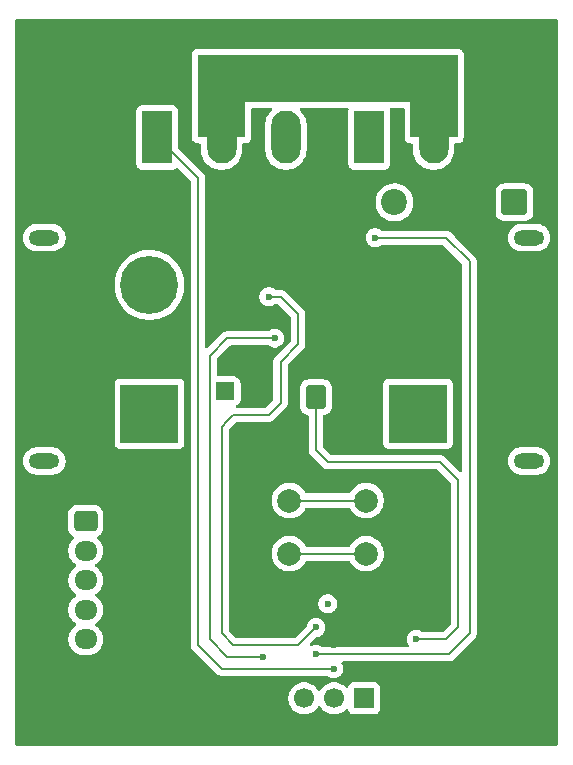
<source format=gbr>
%TF.GenerationSoftware,KiCad,Pcbnew,9.0.3*%
%TF.CreationDate,2025-12-08T06:42:03-06:00*%
%TF.ProjectId,roboboat bms v2,726f626f-626f-4617-9420-626d73207632,rev?*%
%TF.SameCoordinates,Original*%
%TF.FileFunction,Copper,L4,Bot*%
%TF.FilePolarity,Positive*%
%FSLAX46Y46*%
G04 Gerber Fmt 4.6, Leading zero omitted, Abs format (unit mm)*
G04 Created by KiCad (PCBNEW 9.0.3) date 2025-12-08 06:42:03*
%MOMM*%
%LPD*%
G01*
G04 APERTURE LIST*
G04 Aperture macros list*
%AMRoundRect*
0 Rectangle with rounded corners*
0 $1 Rounding radius*
0 $2 $3 $4 $5 $6 $7 $8 $9 X,Y pos of 4 corners*
0 Add a 4 corners polygon primitive as box body*
4,1,4,$2,$3,$4,$5,$6,$7,$8,$9,$2,$3,0*
0 Add four circle primitives for the rounded corners*
1,1,$1+$1,$2,$3*
1,1,$1+$1,$4,$5*
1,1,$1+$1,$6,$7*
1,1,$1+$1,$8,$9*
0 Add four rect primitives between the rounded corners*
20,1,$1+$1,$2,$3,$4,$5,0*
20,1,$1+$1,$4,$5,$6,$7,0*
20,1,$1+$1,$6,$7,$8,$9,0*
20,1,$1+$1,$8,$9,$2,$3,0*%
G04 Aperture macros list end*
%TA.AperFunction,Conductor*%
%ADD10C,0.000000*%
%TD*%
%TA.AperFunction,ComponentPad*%
%ADD11R,1.700000X1.700000*%
%TD*%
%TA.AperFunction,ComponentPad*%
%ADD12C,1.700000*%
%TD*%
%TA.AperFunction,ComponentPad*%
%ADD13C,2.000000*%
%TD*%
%TA.AperFunction,ComponentPad*%
%ADD14RoundRect,0.250000X-0.550000X-0.550000X0.550000X-0.550000X0.550000X0.550000X-0.550000X0.550000X0*%
%TD*%
%TA.AperFunction,ComponentPad*%
%ADD15C,1.600000*%
%TD*%
%TA.AperFunction,ComponentPad*%
%ADD16RoundRect,0.250000X-0.600000X-0.750000X0.600000X-0.750000X0.600000X0.750000X-0.600000X0.750000X0*%
%TD*%
%TA.AperFunction,ComponentPad*%
%ADD17O,1.700000X2.000000*%
%TD*%
%TA.AperFunction,ComponentPad*%
%ADD18RoundRect,0.250000X-0.725000X0.600000X-0.725000X-0.600000X0.725000X-0.600000X0.725000X0.600000X0*%
%TD*%
%TA.AperFunction,ComponentPad*%
%ADD19O,1.950000X1.700000*%
%TD*%
%TA.AperFunction,ComponentPad*%
%ADD20RoundRect,0.249999X0.850001X0.850001X-0.850001X0.850001X-0.850001X-0.850001X0.850001X-0.850001X0*%
%TD*%
%TA.AperFunction,ComponentPad*%
%ADD21C,2.200000*%
%TD*%
%TA.AperFunction,ComponentPad*%
%ADD22R,2.500000X4.500000*%
%TD*%
%TA.AperFunction,ComponentPad*%
%ADD23O,2.500000X4.500000*%
%TD*%
%TA.AperFunction,ComponentPad*%
%ADD24C,4.916000*%
%TD*%
%TA.AperFunction,ComponentPad*%
%ADD25O,2.600000X1.300000*%
%TD*%
%TA.AperFunction,ComponentPad*%
%ADD26R,4.916000X4.916000*%
%TD*%
%TA.AperFunction,ViaPad*%
%ADD27C,0.600000*%
%TD*%
%TA.AperFunction,Conductor*%
%ADD28C,0.200000*%
%TD*%
G04 APERTURE END LIST*
D10*
%TA.AperFunction,Conductor*%
%TO.N,Net-(Q1-D)*%
G36*
X87000000Y-116500000D02*
G01*
X65000000Y-116500000D01*
X65000000Y-112500000D01*
X87000000Y-112500000D01*
X87000000Y-116500000D01*
G37*
%TD.AperFunction*%
%TA.AperFunction,Conductor*%
G36*
X87000000Y-119500000D02*
G01*
X83000000Y-119500000D01*
X83000000Y-112500000D01*
X87000000Y-112500000D01*
X87000000Y-119500000D01*
G37*
%TD.AperFunction*%
%TA.AperFunction,Conductor*%
G36*
X69000000Y-119500000D02*
G01*
X65000000Y-119500000D01*
X65000000Y-112500000D01*
X69000000Y-112500000D01*
X69000000Y-119500000D01*
G37*
%TD.AperFunction*%
%TD*%
D11*
%TO.P,J1,1,Pin_1*%
%TO.N,Net-(J1-Pin_1)*%
X79080000Y-167000000D03*
D12*
%TO.P,J1,2,Pin_2*%
%TO.N,Net-(J1-Pin_2)*%
X76540000Y-167000000D03*
%TO.P,J1,3,Pin_3*%
%TO.N,Net-(J1-Pin_3)*%
X74000000Y-167000000D03*
%TO.P,J1,4,Pin_4*%
%TO.N,GND*%
X71460000Y-167000000D03*
%TD*%
D13*
%TO.P,SW1,1,1*%
%TO.N,Net-(R7-Pad1)*%
X72750000Y-150250000D03*
X79250000Y-150250000D03*
%TO.P,SW1,2,2*%
%TO.N,Net-(U1-VC1)*%
X72750000Y-154750000D03*
X79250000Y-154750000D03*
%TD*%
D14*
%TO.P,C4,1*%
%TO.N,VBUS*%
X67317621Y-141000000D03*
D15*
%TO.P,C4,2*%
%TO.N,GND*%
X69817621Y-141000000D03*
%TD*%
D16*
%TO.P,J7,1,Pin_1*%
%TO.N,Net-(J7-Pin_1)*%
X75000000Y-141500000D03*
D17*
%TO.P,J7,2,Pin_2*%
%TO.N,GND*%
X77500000Y-141500000D03*
%TD*%
D18*
%TO.P,J6,1,Pin_1*%
%TO.N,VBUS*%
X55500000Y-152000000D03*
D19*
%TO.P,J6,2,Pin_2*%
%TO.N,Net-(J6-Pin_2)*%
X55500000Y-154500000D03*
%TO.P,J6,3,Pin_3*%
%TO.N,Net-(J6-Pin_3)*%
X55500000Y-157000000D03*
%TO.P,J6,4,Pin_4*%
%TO.N,Net-(J6-Pin_4)*%
X55500000Y-159500000D03*
%TO.P,J6,5,Pin_5*%
%TO.N,Net-(J3-NEG)*%
X55500000Y-162000000D03*
%TD*%
D20*
%TO.P,D1,1,K*%
%TO.N,Net-(D1-K)*%
X91800000Y-125000000D03*
D21*
%TO.P,D1,2,A*%
%TO.N,Net-(D1-A)*%
X81640000Y-125000000D03*
%TD*%
D22*
%TO.P,Q1,1,G*%
%TO.N,Net-(D1-K)*%
X79500000Y-119500000D03*
D23*
%TO.P,Q1,2,D*%
%TO.N,Net-(Q1-D)*%
X84950000Y-119500000D03*
%TO.P,Q1,3,S*%
%TO.N,GND*%
X90400000Y-119500000D03*
%TD*%
D24*
%TO.P,J4,N,NEG*%
%TO.N,GND*%
X83650000Y-132000000D03*
D25*
%TO.P,J4,NC,NC*%
%TO.N,unconnected-(J4-PadNC)*%
X93050000Y-146900000D03*
%TO.N,unconnected-(J4-PadNC)_1*%
X93050000Y-128000000D03*
D26*
%TO.P,J4,P,POS*%
%TO.N,VBUS*%
X83650000Y-142900000D03*
%TD*%
D24*
%TO.P,J3,N,NEG*%
%TO.N,Net-(J3-NEG)*%
X60900000Y-132000000D03*
D25*
%TO.P,J3,NC,NC*%
%TO.N,unconnected-(J3-PadNC)*%
X52000000Y-128000000D03*
%TO.N,unconnected-(J3-PadNC)_1*%
X52000000Y-146900000D03*
D26*
%TO.P,J3,P,POS*%
%TO.N,VBUS*%
X60900000Y-142900000D03*
%TD*%
D22*
%TO.P,Q5,1,G*%
%TO.N,Net-(Q5-G)*%
X61550000Y-119500000D03*
D23*
%TO.P,Q5,2,D*%
%TO.N,Net-(Q1-D)*%
X67000000Y-119500000D03*
%TO.P,Q5,3,S*%
%TO.N,Net-(Q5-S)*%
X72450000Y-119500000D03*
%TD*%
D27*
%TO.N,GND*%
X76500000Y-162500000D03*
%TO.N,Net-(U1-SRP)*%
X71000000Y-133000000D03*
X75000000Y-161000000D03*
%TO.N,Net-(U1-SRN)*%
X70500000Y-163500000D03*
X71500000Y-136500000D03*
%TO.N,VBUS*%
X76000000Y-159000000D03*
%TO.N,Net-(J7-Pin_1)*%
X83500000Y-162000000D03*
%TO.N,Net-(Q3-S)*%
X80000000Y-128000000D03*
X75000000Y-163275000D03*
%TO.N,Net-(Q5-G)*%
X76500000Y-164500000D03*
%TD*%
D28*
%TO.N,Net-(U1-SRP)*%
X73500000Y-134500000D02*
X72000000Y-133000000D01*
X67000000Y-161500000D02*
X67000000Y-144000000D01*
X67000000Y-144000000D02*
X67500000Y-143500000D01*
X72000000Y-138500000D02*
X73500000Y-137000000D01*
X73500000Y-162500000D02*
X68000000Y-162500000D01*
X71000000Y-143000000D02*
X72000000Y-142000000D01*
X72000000Y-142000000D02*
X72000000Y-138500000D01*
X68000000Y-143000000D02*
X68500000Y-143000000D01*
X68000000Y-162500000D02*
X67000000Y-161500000D01*
X72000000Y-133000000D02*
X71000000Y-133000000D01*
X75000000Y-161000000D02*
X73500000Y-162500000D01*
X68500000Y-143000000D02*
X71000000Y-143000000D01*
X73500000Y-137000000D02*
X73500000Y-134500000D01*
X67500000Y-143500000D02*
X68000000Y-143000000D01*
%TO.N,Net-(U1-SRN)*%
X67500000Y-136500000D02*
X71500000Y-136500000D01*
X66000000Y-162000000D02*
X66000000Y-138000000D01*
X67500000Y-163500000D02*
X66000000Y-162000000D01*
X66000000Y-138000000D02*
X67500000Y-136500000D01*
X70500000Y-163500000D02*
X67500000Y-163500000D01*
%TO.N,Net-(U1-VC1)*%
X79250000Y-154750000D02*
X72750000Y-154750000D01*
%TO.N,Net-(J7-Pin_1)*%
X86000000Y-162000000D02*
X87000000Y-161000000D01*
X76000000Y-147000000D02*
X75000000Y-146000000D01*
X75000000Y-146000000D02*
X75000000Y-141500000D01*
X83500000Y-162000000D02*
X86000000Y-162000000D01*
X87000000Y-161000000D02*
X87000000Y-148500000D01*
X85500000Y-147000000D02*
X76000000Y-147000000D01*
X87000000Y-148500000D02*
X85500000Y-147000000D01*
%TO.N,Net-(Q3-S)*%
X88000000Y-130000000D02*
X86000000Y-128000000D01*
X86225000Y-163275000D02*
X88000000Y-161500000D01*
X88000000Y-161500000D02*
X88000000Y-130000000D01*
X75000000Y-163275000D02*
X86225000Y-163275000D01*
X86000000Y-128000000D02*
X80000000Y-128000000D01*
%TO.N,Net-(Q5-G)*%
X65000000Y-122950000D02*
X61550000Y-119500000D01*
X65000000Y-162500000D02*
X65000000Y-122950000D01*
X67000000Y-164500000D02*
X65000000Y-162500000D01*
X76500000Y-164500000D02*
X67000000Y-164500000D01*
%TO.N,Net-(R7-Pad1)*%
X79250000Y-150250000D02*
X72750000Y-150250000D01*
%TD*%
%TA.AperFunction,Conductor*%
%TO.N,GND*%
G36*
X95442539Y-109520185D02*
G01*
X95488294Y-109572989D01*
X95499500Y-109624500D01*
X95499500Y-170875500D01*
X95479815Y-170942539D01*
X95427011Y-170988294D01*
X95375500Y-170999500D01*
X49624500Y-170999500D01*
X49557461Y-170979815D01*
X49511706Y-170927011D01*
X49500500Y-170875500D01*
X49500500Y-166893713D01*
X72649500Y-166893713D01*
X72649500Y-167106286D01*
X72682753Y-167316239D01*
X72748444Y-167518414D01*
X72844951Y-167707820D01*
X72969890Y-167879786D01*
X73120213Y-168030109D01*
X73292179Y-168155048D01*
X73292181Y-168155049D01*
X73292184Y-168155051D01*
X73481588Y-168251557D01*
X73683757Y-168317246D01*
X73893713Y-168350500D01*
X73893714Y-168350500D01*
X74106286Y-168350500D01*
X74106287Y-168350500D01*
X74316243Y-168317246D01*
X74518412Y-168251557D01*
X74707816Y-168155051D01*
X74794138Y-168092335D01*
X74879786Y-168030109D01*
X74879788Y-168030106D01*
X74879792Y-168030104D01*
X75030104Y-167879792D01*
X75030106Y-167879788D01*
X75030109Y-167879786D01*
X75155048Y-167707820D01*
X75155047Y-167707820D01*
X75155051Y-167707816D01*
X75159514Y-167699054D01*
X75207488Y-167648259D01*
X75275308Y-167631463D01*
X75341444Y-167653999D01*
X75380486Y-167699056D01*
X75384951Y-167707820D01*
X75509890Y-167879786D01*
X75660213Y-168030109D01*
X75832179Y-168155048D01*
X75832181Y-168155049D01*
X75832184Y-168155051D01*
X76021588Y-168251557D01*
X76223757Y-168317246D01*
X76433713Y-168350500D01*
X76433714Y-168350500D01*
X76646286Y-168350500D01*
X76646287Y-168350500D01*
X76856243Y-168317246D01*
X77058412Y-168251557D01*
X77247816Y-168155051D01*
X77419792Y-168030104D01*
X77533329Y-167916566D01*
X77594648Y-167883084D01*
X77664340Y-167888068D01*
X77720274Y-167929939D01*
X77737189Y-167960917D01*
X77786202Y-168092328D01*
X77786206Y-168092335D01*
X77872452Y-168207544D01*
X77872455Y-168207547D01*
X77987664Y-168293793D01*
X77987671Y-168293797D01*
X78122517Y-168344091D01*
X78122516Y-168344091D01*
X78129444Y-168344835D01*
X78182127Y-168350500D01*
X79977872Y-168350499D01*
X80037483Y-168344091D01*
X80172331Y-168293796D01*
X80287546Y-168207546D01*
X80373796Y-168092331D01*
X80424091Y-167957483D01*
X80430500Y-167897873D01*
X80430499Y-166102128D01*
X80424091Y-166042517D01*
X80422810Y-166039083D01*
X80373797Y-165907671D01*
X80373793Y-165907664D01*
X80287547Y-165792455D01*
X80287544Y-165792452D01*
X80172335Y-165706206D01*
X80172328Y-165706202D01*
X80037482Y-165655908D01*
X80037483Y-165655908D01*
X79977883Y-165649501D01*
X79977881Y-165649500D01*
X79977873Y-165649500D01*
X79977864Y-165649500D01*
X78182129Y-165649500D01*
X78182123Y-165649501D01*
X78122516Y-165655908D01*
X77987671Y-165706202D01*
X77987664Y-165706206D01*
X77872455Y-165792452D01*
X77872452Y-165792455D01*
X77786206Y-165907664D01*
X77786203Y-165907669D01*
X77737189Y-166039083D01*
X77695317Y-166095016D01*
X77629853Y-166119433D01*
X77561580Y-166104581D01*
X77533326Y-166083430D01*
X77419786Y-165969890D01*
X77247820Y-165844951D01*
X77058414Y-165748444D01*
X77058413Y-165748443D01*
X77058412Y-165748443D01*
X76856243Y-165682754D01*
X76856241Y-165682753D01*
X76856240Y-165682753D01*
X76694957Y-165657208D01*
X76646287Y-165649500D01*
X76433713Y-165649500D01*
X76385042Y-165657208D01*
X76223760Y-165682753D01*
X76021585Y-165748444D01*
X75832179Y-165844951D01*
X75660213Y-165969890D01*
X75509890Y-166120213D01*
X75384949Y-166292182D01*
X75380484Y-166300946D01*
X75332509Y-166351742D01*
X75264688Y-166368536D01*
X75198553Y-166345998D01*
X75159516Y-166300946D01*
X75155050Y-166292182D01*
X75030109Y-166120213D01*
X74879786Y-165969890D01*
X74707820Y-165844951D01*
X74518414Y-165748444D01*
X74518413Y-165748443D01*
X74518412Y-165748443D01*
X74316243Y-165682754D01*
X74316241Y-165682753D01*
X74316240Y-165682753D01*
X74154957Y-165657208D01*
X74106287Y-165649500D01*
X73893713Y-165649500D01*
X73845042Y-165657208D01*
X73683760Y-165682753D01*
X73481585Y-165748444D01*
X73292179Y-165844951D01*
X73120213Y-165969890D01*
X72969890Y-166120213D01*
X72844951Y-166292179D01*
X72748444Y-166481585D01*
X72682753Y-166683760D01*
X72649500Y-166893713D01*
X49500500Y-166893713D01*
X49500500Y-151349983D01*
X54024500Y-151349983D01*
X54024500Y-152650001D01*
X54024501Y-152650018D01*
X54035000Y-152752796D01*
X54035001Y-152752799D01*
X54090185Y-152919331D01*
X54090187Y-152919336D01*
X54182289Y-153068657D01*
X54306344Y-153192712D01*
X54461120Y-153288178D01*
X54507845Y-153340126D01*
X54519068Y-153409088D01*
X54491224Y-153473171D01*
X54483706Y-153481398D01*
X54344889Y-153620215D01*
X54219951Y-153792179D01*
X54123444Y-153981585D01*
X54057753Y-154183760D01*
X54024500Y-154393713D01*
X54024500Y-154606287D01*
X54057754Y-154816243D01*
X54074602Y-154868097D01*
X54123444Y-155018414D01*
X54219951Y-155207820D01*
X54344890Y-155379786D01*
X54495209Y-155530105D01*
X54495214Y-155530109D01*
X54659793Y-155649682D01*
X54702459Y-155705011D01*
X54708438Y-155774625D01*
X54675833Y-155836420D01*
X54659793Y-155850318D01*
X54495214Y-155969890D01*
X54495209Y-155969894D01*
X54344890Y-156120213D01*
X54219951Y-156292179D01*
X54123444Y-156481585D01*
X54057753Y-156683760D01*
X54024500Y-156893713D01*
X54024500Y-157106286D01*
X54057753Y-157316239D01*
X54123444Y-157518414D01*
X54219951Y-157707820D01*
X54344890Y-157879786D01*
X54495209Y-158030105D01*
X54495214Y-158030109D01*
X54659793Y-158149682D01*
X54702459Y-158205011D01*
X54708438Y-158274625D01*
X54675833Y-158336420D01*
X54659793Y-158350318D01*
X54495214Y-158469890D01*
X54495209Y-158469894D01*
X54344890Y-158620213D01*
X54219951Y-158792179D01*
X54123444Y-158981585D01*
X54057753Y-159183760D01*
X54024500Y-159393713D01*
X54024500Y-159606286D01*
X54057753Y-159816239D01*
X54123444Y-160018414D01*
X54219951Y-160207820D01*
X54344890Y-160379786D01*
X54495209Y-160530105D01*
X54495214Y-160530109D01*
X54659793Y-160649682D01*
X54702459Y-160705011D01*
X54708438Y-160774625D01*
X54675833Y-160836420D01*
X54659793Y-160850318D01*
X54495214Y-160969890D01*
X54495209Y-160969894D01*
X54344890Y-161120213D01*
X54219951Y-161292179D01*
X54123444Y-161481585D01*
X54057753Y-161683760D01*
X54039242Y-161800638D01*
X54024500Y-161893713D01*
X54024500Y-162106287D01*
X54057754Y-162316243D01*
X54111475Y-162481579D01*
X54123444Y-162518414D01*
X54219951Y-162707820D01*
X54344890Y-162879786D01*
X54495213Y-163030109D01*
X54667179Y-163155048D01*
X54667181Y-163155049D01*
X54667184Y-163155051D01*
X54856588Y-163251557D01*
X55058757Y-163317246D01*
X55268713Y-163350500D01*
X55268714Y-163350500D01*
X55731286Y-163350500D01*
X55731287Y-163350500D01*
X55941243Y-163317246D01*
X56143412Y-163251557D01*
X56332816Y-163155051D01*
X56464226Y-163059577D01*
X56504786Y-163030109D01*
X56504792Y-163030104D01*
X56554378Y-162980518D01*
X56655104Y-162879792D01*
X56655106Y-162879788D01*
X56655109Y-162879786D01*
X56780048Y-162707820D01*
X56780047Y-162707820D01*
X56780051Y-162707816D01*
X56876557Y-162518412D01*
X56942246Y-162316243D01*
X56975500Y-162106287D01*
X56975500Y-161893713D01*
X56942246Y-161683757D01*
X56876557Y-161481588D01*
X56780051Y-161292184D01*
X56780049Y-161292181D01*
X56780048Y-161292179D01*
X56655109Y-161120213D01*
X56504792Y-160969896D01*
X56479148Y-160951265D01*
X56340204Y-160850316D01*
X56297540Y-160794989D01*
X56291561Y-160725376D01*
X56324166Y-160663580D01*
X56340199Y-160649686D01*
X56504792Y-160530104D01*
X56655104Y-160379792D01*
X56655106Y-160379788D01*
X56655109Y-160379786D01*
X56780048Y-160207820D01*
X56780047Y-160207820D01*
X56780051Y-160207816D01*
X56876557Y-160018412D01*
X56942246Y-159816243D01*
X56975500Y-159606287D01*
X56975500Y-159393713D01*
X56942246Y-159183757D01*
X56876557Y-158981588D01*
X56780051Y-158792184D01*
X56780049Y-158792181D01*
X56780048Y-158792179D01*
X56655109Y-158620213D01*
X56504792Y-158469896D01*
X56504784Y-158469890D01*
X56340204Y-158350316D01*
X56297540Y-158294989D01*
X56291561Y-158225376D01*
X56324166Y-158163580D01*
X56340199Y-158149686D01*
X56504792Y-158030104D01*
X56655104Y-157879792D01*
X56655106Y-157879788D01*
X56655109Y-157879786D01*
X56780048Y-157707820D01*
X56780047Y-157707820D01*
X56780051Y-157707816D01*
X56876557Y-157518412D01*
X56942246Y-157316243D01*
X56975500Y-157106287D01*
X56975500Y-156893713D01*
X56942246Y-156683757D01*
X56876557Y-156481588D01*
X56780051Y-156292184D01*
X56780049Y-156292181D01*
X56780048Y-156292179D01*
X56655109Y-156120213D01*
X56504792Y-155969896D01*
X56504784Y-155969890D01*
X56340204Y-155850316D01*
X56297540Y-155794989D01*
X56291561Y-155725376D01*
X56324166Y-155663580D01*
X56340199Y-155649686D01*
X56504792Y-155530104D01*
X56655104Y-155379792D01*
X56655106Y-155379788D01*
X56655109Y-155379786D01*
X56780048Y-155207820D01*
X56780047Y-155207820D01*
X56780051Y-155207816D01*
X56876557Y-155018412D01*
X56942246Y-154816243D01*
X56975500Y-154606287D01*
X56975500Y-154393713D01*
X56942246Y-154183757D01*
X56876557Y-153981588D01*
X56780051Y-153792184D01*
X56780049Y-153792181D01*
X56780048Y-153792179D01*
X56655109Y-153620213D01*
X56516294Y-153481398D01*
X56482809Y-153420075D01*
X56487793Y-153350383D01*
X56529665Y-153294450D01*
X56538879Y-153288178D01*
X56544331Y-153284814D01*
X56544334Y-153284814D01*
X56693656Y-153192712D01*
X56817712Y-153068656D01*
X56909814Y-152919334D01*
X56964999Y-152752797D01*
X56975500Y-152650009D01*
X56975499Y-151349992D01*
X56964999Y-151247203D01*
X56909814Y-151080666D01*
X56817712Y-150931344D01*
X56693656Y-150807288D01*
X56544334Y-150715186D01*
X56377797Y-150660001D01*
X56377795Y-150660000D01*
X56275010Y-150649500D01*
X54724998Y-150649500D01*
X54724981Y-150649501D01*
X54622203Y-150660000D01*
X54622200Y-150660001D01*
X54455668Y-150715185D01*
X54455663Y-150715187D01*
X54306342Y-150807289D01*
X54182289Y-150931342D01*
X54090187Y-151080663D01*
X54090186Y-151080666D01*
X54035001Y-151247203D01*
X54035001Y-151247204D01*
X54035000Y-151247204D01*
X54024500Y-151349983D01*
X49500500Y-151349983D01*
X49500500Y-146809448D01*
X50199500Y-146809448D01*
X50199500Y-146990551D01*
X50227829Y-147169410D01*
X50283787Y-147341636D01*
X50283788Y-147341639D01*
X50366006Y-147502997D01*
X50472441Y-147649494D01*
X50472445Y-147649499D01*
X50600500Y-147777554D01*
X50600505Y-147777558D01*
X50684501Y-147838584D01*
X50747006Y-147883996D01*
X50852484Y-147937740D01*
X50908360Y-147966211D01*
X50908363Y-147966212D01*
X50994476Y-147994191D01*
X51080591Y-148022171D01*
X51163429Y-148035291D01*
X51259449Y-148050500D01*
X51259454Y-148050500D01*
X52740551Y-148050500D01*
X52827259Y-148036765D01*
X52919409Y-148022171D01*
X53091639Y-147966211D01*
X53252994Y-147883996D01*
X53399501Y-147777553D01*
X53527553Y-147649501D01*
X53633996Y-147502994D01*
X53716211Y-147341639D01*
X53772171Y-147169409D01*
X53786765Y-147077259D01*
X53800500Y-146990551D01*
X53800500Y-146809448D01*
X53784019Y-146705397D01*
X53772171Y-146630591D01*
X53716211Y-146458361D01*
X53716211Y-146458360D01*
X53686219Y-146399499D01*
X53633996Y-146297006D01*
X53586611Y-146231786D01*
X53527558Y-146150505D01*
X53527554Y-146150500D01*
X53399499Y-146022445D01*
X53399494Y-146022441D01*
X53252997Y-145916006D01*
X53252996Y-145916005D01*
X53252994Y-145916004D01*
X53201300Y-145889664D01*
X53091639Y-145833788D01*
X53091636Y-145833787D01*
X52919410Y-145777829D01*
X52740551Y-145749500D01*
X52740546Y-145749500D01*
X51259454Y-145749500D01*
X51259449Y-145749500D01*
X51080589Y-145777829D01*
X50908363Y-145833787D01*
X50908360Y-145833788D01*
X50747002Y-145916006D01*
X50600505Y-146022441D01*
X50600500Y-146022445D01*
X50472445Y-146150500D01*
X50472441Y-146150505D01*
X50366006Y-146297002D01*
X50283788Y-146458360D01*
X50283789Y-146458361D01*
X50227829Y-146630589D01*
X50199500Y-146809448D01*
X49500500Y-146809448D01*
X49500500Y-140394135D01*
X57941500Y-140394135D01*
X57941500Y-145405870D01*
X57941501Y-145405876D01*
X57947908Y-145465483D01*
X57998202Y-145600328D01*
X57998206Y-145600335D01*
X58084452Y-145715544D01*
X58084455Y-145715547D01*
X58199664Y-145801793D01*
X58199671Y-145801797D01*
X58334517Y-145852091D01*
X58334516Y-145852091D01*
X58341444Y-145852835D01*
X58394127Y-145858500D01*
X63405872Y-145858499D01*
X63465483Y-145852091D01*
X63600331Y-145801796D01*
X63715546Y-145715546D01*
X63801796Y-145600331D01*
X63852091Y-145465483D01*
X63858500Y-145405873D01*
X63858499Y-140394128D01*
X63852091Y-140334517D01*
X63801796Y-140199669D01*
X63801795Y-140199668D01*
X63801793Y-140199664D01*
X63715547Y-140084455D01*
X63715544Y-140084452D01*
X63600335Y-139998206D01*
X63600328Y-139998202D01*
X63465482Y-139947908D01*
X63465483Y-139947908D01*
X63405883Y-139941501D01*
X63405881Y-139941500D01*
X63405873Y-139941500D01*
X63405864Y-139941500D01*
X58394129Y-139941500D01*
X58394123Y-139941501D01*
X58334516Y-139947908D01*
X58199671Y-139998202D01*
X58199664Y-139998206D01*
X58084455Y-140084452D01*
X58084452Y-140084455D01*
X57998206Y-140199664D01*
X57998202Y-140199671D01*
X57947908Y-140334517D01*
X57941501Y-140394116D01*
X57941501Y-140394123D01*
X57941500Y-140394135D01*
X49500500Y-140394135D01*
X49500500Y-131833847D01*
X57941500Y-131833847D01*
X57941500Y-132166152D01*
X57978701Y-132496333D01*
X57978704Y-132496347D01*
X58052645Y-132820307D01*
X58052649Y-132820319D01*
X58162396Y-133133956D01*
X58306569Y-133433334D01*
X58306571Y-133433337D01*
X58483361Y-133714697D01*
X58690541Y-133974493D01*
X58925507Y-134209459D01*
X59185303Y-134416639D01*
X59466663Y-134593429D01*
X59766047Y-134737605D01*
X60001605Y-134820030D01*
X60079680Y-134847350D01*
X60079692Y-134847354D01*
X60403652Y-134921296D01*
X60403661Y-134921297D01*
X60403666Y-134921298D01*
X60623786Y-134946098D01*
X60733848Y-134958499D01*
X60733851Y-134958500D01*
X60733854Y-134958500D01*
X61066149Y-134958500D01*
X61066150Y-134958499D01*
X61234897Y-134939486D01*
X61396333Y-134921298D01*
X61396336Y-134921297D01*
X61396348Y-134921296D01*
X61720308Y-134847354D01*
X62033953Y-134737605D01*
X62333337Y-134593429D01*
X62614697Y-134416639D01*
X62874493Y-134209459D01*
X63109459Y-133974493D01*
X63316639Y-133714697D01*
X63493429Y-133433337D01*
X63637605Y-133133953D01*
X63747354Y-132820308D01*
X63821296Y-132496348D01*
X63822045Y-132489707D01*
X63858499Y-132166152D01*
X63858500Y-132166148D01*
X63858500Y-131833851D01*
X63858499Y-131833847D01*
X63821298Y-131503666D01*
X63821297Y-131503661D01*
X63821296Y-131503652D01*
X63747354Y-131179692D01*
X63637605Y-130866047D01*
X63493429Y-130566663D01*
X63316639Y-130285303D01*
X63109459Y-130025507D01*
X62874493Y-129790541D01*
X62614697Y-129583361D01*
X62333337Y-129406571D01*
X62333334Y-129406569D01*
X62033956Y-129262396D01*
X61720319Y-129152649D01*
X61720307Y-129152645D01*
X61470289Y-129095580D01*
X61396348Y-129078704D01*
X61396345Y-129078703D01*
X61396333Y-129078701D01*
X61066152Y-129041500D01*
X61066146Y-129041500D01*
X60733854Y-129041500D01*
X60733847Y-129041500D01*
X60403666Y-129078701D01*
X60403652Y-129078704D01*
X60079692Y-129152645D01*
X60079680Y-129152649D01*
X59766043Y-129262396D01*
X59466665Y-129406569D01*
X59185304Y-129583360D01*
X58925507Y-129790540D01*
X58690540Y-130025507D01*
X58483360Y-130285304D01*
X58306569Y-130566665D01*
X58162396Y-130866043D01*
X58052649Y-131179680D01*
X58052645Y-131179692D01*
X57978704Y-131503652D01*
X57978701Y-131503666D01*
X57941500Y-131833847D01*
X49500500Y-131833847D01*
X49500500Y-127909448D01*
X50199500Y-127909448D01*
X50199500Y-128090551D01*
X50227829Y-128269410D01*
X50283787Y-128441636D01*
X50283788Y-128441639D01*
X50339664Y-128551300D01*
X50364743Y-128600520D01*
X50366006Y-128602997D01*
X50472441Y-128749494D01*
X50472445Y-128749499D01*
X50600500Y-128877554D01*
X50600505Y-128877558D01*
X50728287Y-128970396D01*
X50747006Y-128983996D01*
X50852484Y-129037740D01*
X50908360Y-129066211D01*
X50908363Y-129066212D01*
X50946811Y-129078704D01*
X51080591Y-129122171D01*
X51163429Y-129135291D01*
X51259449Y-129150500D01*
X51259454Y-129150500D01*
X52740551Y-129150500D01*
X52827259Y-129136765D01*
X52919409Y-129122171D01*
X53091639Y-129066211D01*
X53252994Y-128983996D01*
X53399501Y-128877553D01*
X53527553Y-128749501D01*
X53633996Y-128602994D01*
X53716211Y-128441639D01*
X53772171Y-128269409D01*
X53786765Y-128177259D01*
X53800500Y-128090551D01*
X53800500Y-127909448D01*
X53777858Y-127766498D01*
X53772171Y-127730591D01*
X53716211Y-127558361D01*
X53716211Y-127558360D01*
X53656118Y-127440423D01*
X53633996Y-127397006D01*
X53620340Y-127378210D01*
X53527558Y-127250505D01*
X53527554Y-127250500D01*
X53399499Y-127122445D01*
X53399494Y-127122441D01*
X53252997Y-127016006D01*
X53252996Y-127016005D01*
X53252994Y-127016004D01*
X53201300Y-126989664D01*
X53091639Y-126933788D01*
X53091636Y-126933787D01*
X52919410Y-126877829D01*
X52740551Y-126849500D01*
X52740546Y-126849500D01*
X51259454Y-126849500D01*
X51259449Y-126849500D01*
X51080589Y-126877829D01*
X50908363Y-126933787D01*
X50908360Y-126933788D01*
X50747002Y-127016006D01*
X50600505Y-127122441D01*
X50600500Y-127122445D01*
X50472445Y-127250500D01*
X50472441Y-127250505D01*
X50366006Y-127397002D01*
X50283788Y-127558360D01*
X50283787Y-127558363D01*
X50227829Y-127730589D01*
X50199500Y-127909448D01*
X49500500Y-127909448D01*
X49500500Y-117202135D01*
X59799500Y-117202135D01*
X59799500Y-121797870D01*
X59799501Y-121797876D01*
X59805908Y-121857483D01*
X59856202Y-121992328D01*
X59856206Y-121992335D01*
X59942452Y-122107544D01*
X59942455Y-122107547D01*
X60057664Y-122193793D01*
X60057671Y-122193797D01*
X60192517Y-122244091D01*
X60192516Y-122244091D01*
X60199444Y-122244835D01*
X60252127Y-122250500D01*
X62847872Y-122250499D01*
X62907483Y-122244091D01*
X63042331Y-122193796D01*
X63157545Y-122107547D01*
X63157751Y-122107393D01*
X63223215Y-122082975D01*
X63291488Y-122097826D01*
X63319743Y-122118978D01*
X64363181Y-123162416D01*
X64396666Y-123223739D01*
X64399500Y-123250097D01*
X64399500Y-162413330D01*
X64399499Y-162413348D01*
X64399499Y-162579054D01*
X64399498Y-162579054D01*
X64440423Y-162731786D01*
X64455395Y-162757716D01*
X64455396Y-162757721D01*
X64455398Y-162757721D01*
X64513589Y-162858512D01*
X64519479Y-162868714D01*
X64519481Y-162868717D01*
X64638349Y-162987585D01*
X64638355Y-162987590D01*
X66515139Y-164864374D01*
X66515149Y-164864385D01*
X66519479Y-164868715D01*
X66519480Y-164868716D01*
X66631284Y-164980520D01*
X66682845Y-165010288D01*
X66718095Y-165030639D01*
X66718097Y-165030641D01*
X66756151Y-165052611D01*
X66768215Y-165059577D01*
X66920943Y-165100500D01*
X75920234Y-165100500D01*
X75987273Y-165120185D01*
X75989125Y-165121398D01*
X76120814Y-165209390D01*
X76120827Y-165209397D01*
X76266498Y-165269735D01*
X76266503Y-165269737D01*
X76421153Y-165300499D01*
X76421156Y-165300500D01*
X76421158Y-165300500D01*
X76578844Y-165300500D01*
X76578845Y-165300499D01*
X76733497Y-165269737D01*
X76879179Y-165209394D01*
X77010289Y-165121789D01*
X77121789Y-165010289D01*
X77209394Y-164879179D01*
X77269737Y-164733497D01*
X77300500Y-164578842D01*
X77300500Y-164421158D01*
X77300500Y-164421155D01*
X77300499Y-164421153D01*
X77269738Y-164266510D01*
X77269737Y-164266503D01*
X77269735Y-164266498D01*
X77209397Y-164120827D01*
X77209390Y-164120814D01*
X77174362Y-164068391D01*
X77153484Y-164001713D01*
X77171969Y-163934333D01*
X77223947Y-163887643D01*
X77277464Y-163875500D01*
X86138331Y-163875500D01*
X86138347Y-163875501D01*
X86145943Y-163875501D01*
X86304054Y-163875501D01*
X86304057Y-163875501D01*
X86456785Y-163834577D01*
X86506904Y-163805639D01*
X86593716Y-163755520D01*
X86705520Y-163643716D01*
X86705520Y-163643714D01*
X86715728Y-163633507D01*
X86715730Y-163633504D01*
X88358506Y-161990728D01*
X88358511Y-161990724D01*
X88368714Y-161980520D01*
X88368716Y-161980520D01*
X88480520Y-161868716D01*
X88539532Y-161766503D01*
X88559577Y-161731785D01*
X88600500Y-161579057D01*
X88600500Y-161420943D01*
X88600500Y-146809448D01*
X91249500Y-146809448D01*
X91249500Y-146990551D01*
X91277829Y-147169410D01*
X91333787Y-147341636D01*
X91333788Y-147341639D01*
X91416006Y-147502997D01*
X91522441Y-147649494D01*
X91522445Y-147649499D01*
X91650500Y-147777554D01*
X91650505Y-147777558D01*
X91734501Y-147838584D01*
X91797006Y-147883996D01*
X91902484Y-147937740D01*
X91958360Y-147966211D01*
X91958363Y-147966212D01*
X92044476Y-147994191D01*
X92130591Y-148022171D01*
X92213429Y-148035291D01*
X92309449Y-148050500D01*
X92309454Y-148050500D01*
X93790551Y-148050500D01*
X93877259Y-148036765D01*
X93969409Y-148022171D01*
X94141639Y-147966211D01*
X94302994Y-147883996D01*
X94449501Y-147777553D01*
X94577553Y-147649501D01*
X94683996Y-147502994D01*
X94766211Y-147341639D01*
X94822171Y-147169409D01*
X94836765Y-147077259D01*
X94850500Y-146990551D01*
X94850500Y-146809448D01*
X94834019Y-146705397D01*
X94822171Y-146630591D01*
X94766211Y-146458361D01*
X94766211Y-146458360D01*
X94736219Y-146399499D01*
X94683996Y-146297006D01*
X94636611Y-146231786D01*
X94577558Y-146150505D01*
X94577554Y-146150500D01*
X94449499Y-146022445D01*
X94449494Y-146022441D01*
X94302997Y-145916006D01*
X94302996Y-145916005D01*
X94302994Y-145916004D01*
X94251300Y-145889664D01*
X94141639Y-145833788D01*
X94141636Y-145833787D01*
X93969410Y-145777829D01*
X93790551Y-145749500D01*
X93790546Y-145749500D01*
X92309454Y-145749500D01*
X92309449Y-145749500D01*
X92130589Y-145777829D01*
X91958363Y-145833787D01*
X91958360Y-145833788D01*
X91797002Y-145916006D01*
X91650505Y-146022441D01*
X91650500Y-146022445D01*
X91522445Y-146150500D01*
X91522441Y-146150505D01*
X91416006Y-146297002D01*
X91333788Y-146458360D01*
X91333789Y-146458361D01*
X91277829Y-146630589D01*
X91249500Y-146809448D01*
X88600500Y-146809448D01*
X88600500Y-129920943D01*
X88559577Y-129768216D01*
X88559577Y-129768215D01*
X88559577Y-129768214D01*
X88530639Y-129718095D01*
X88530637Y-129718092D01*
X88480520Y-129631284D01*
X88368716Y-129519480D01*
X88368715Y-129519479D01*
X88364385Y-129515149D01*
X88364374Y-129515139D01*
X86758683Y-127909448D01*
X91249500Y-127909448D01*
X91249500Y-128090551D01*
X91277829Y-128269410D01*
X91333787Y-128441636D01*
X91333788Y-128441639D01*
X91389664Y-128551300D01*
X91414743Y-128600520D01*
X91416006Y-128602997D01*
X91522441Y-128749494D01*
X91522445Y-128749499D01*
X91650500Y-128877554D01*
X91650505Y-128877558D01*
X91778287Y-128970396D01*
X91797006Y-128983996D01*
X91902484Y-129037740D01*
X91958360Y-129066211D01*
X91958363Y-129066212D01*
X91996811Y-129078704D01*
X92130591Y-129122171D01*
X92213429Y-129135291D01*
X92309449Y-129150500D01*
X92309454Y-129150500D01*
X93790551Y-129150500D01*
X93877259Y-129136765D01*
X93969409Y-129122171D01*
X94141639Y-129066211D01*
X94302994Y-128983996D01*
X94449501Y-128877553D01*
X94577553Y-128749501D01*
X94683996Y-128602994D01*
X94766211Y-128441639D01*
X94822171Y-128269409D01*
X94836765Y-128177259D01*
X94850500Y-128090551D01*
X94850500Y-127909448D01*
X94827858Y-127766498D01*
X94822171Y-127730591D01*
X94766211Y-127558361D01*
X94766211Y-127558360D01*
X94706118Y-127440423D01*
X94683996Y-127397006D01*
X94670340Y-127378210D01*
X94577558Y-127250505D01*
X94577554Y-127250500D01*
X94449499Y-127122445D01*
X94449494Y-127122441D01*
X94302997Y-127016006D01*
X94302996Y-127016005D01*
X94302994Y-127016004D01*
X94251300Y-126989664D01*
X94141639Y-126933788D01*
X94141636Y-126933787D01*
X93969410Y-126877829D01*
X93790551Y-126849500D01*
X93790546Y-126849500D01*
X92309454Y-126849500D01*
X92309449Y-126849500D01*
X92130589Y-126877829D01*
X91958363Y-126933787D01*
X91958360Y-126933788D01*
X91797002Y-127016006D01*
X91650505Y-127122441D01*
X91650500Y-127122445D01*
X91522445Y-127250500D01*
X91522441Y-127250505D01*
X91416006Y-127397002D01*
X91333788Y-127558360D01*
X91333787Y-127558363D01*
X91277829Y-127730589D01*
X91249500Y-127909448D01*
X86758683Y-127909448D01*
X86487590Y-127638355D01*
X86487588Y-127638352D01*
X86368717Y-127519481D01*
X86368716Y-127519480D01*
X86281904Y-127469360D01*
X86281904Y-127469359D01*
X86281900Y-127469358D01*
X86231785Y-127440423D01*
X86079057Y-127399499D01*
X85920943Y-127399499D01*
X85913347Y-127399499D01*
X85913331Y-127399500D01*
X80579766Y-127399500D01*
X80512727Y-127379815D01*
X80510875Y-127378602D01*
X80379185Y-127290609D01*
X80379172Y-127290602D01*
X80233501Y-127230264D01*
X80233489Y-127230261D01*
X80078845Y-127199500D01*
X80078842Y-127199500D01*
X79921158Y-127199500D01*
X79921155Y-127199500D01*
X79766510Y-127230261D01*
X79766498Y-127230264D01*
X79620827Y-127290602D01*
X79620814Y-127290609D01*
X79489711Y-127378210D01*
X79489707Y-127378213D01*
X79378213Y-127489707D01*
X79378210Y-127489711D01*
X79290609Y-127620814D01*
X79290602Y-127620827D01*
X79230264Y-127766498D01*
X79230261Y-127766510D01*
X79199500Y-127921153D01*
X79199500Y-128078846D01*
X79230261Y-128233489D01*
X79230264Y-128233501D01*
X79290602Y-128379172D01*
X79290609Y-128379185D01*
X79378210Y-128510288D01*
X79378213Y-128510292D01*
X79489707Y-128621786D01*
X79489711Y-128621789D01*
X79620814Y-128709390D01*
X79620827Y-128709397D01*
X79766498Y-128769735D01*
X79766503Y-128769737D01*
X79921153Y-128800499D01*
X79921156Y-128800500D01*
X79921158Y-128800500D01*
X80078844Y-128800500D01*
X80078845Y-128800499D01*
X80233497Y-128769737D01*
X80379179Y-128709394D01*
X80379185Y-128709390D01*
X80510875Y-128621398D01*
X80577553Y-128600520D01*
X80579766Y-128600500D01*
X85699903Y-128600500D01*
X85766942Y-128620185D01*
X85787584Y-128636819D01*
X87363181Y-130212416D01*
X87396666Y-130273739D01*
X87399500Y-130300097D01*
X87399500Y-147750903D01*
X87379815Y-147817942D01*
X87327011Y-147863697D01*
X87257853Y-147873641D01*
X87194297Y-147844616D01*
X87187819Y-147838584D01*
X85987590Y-146638355D01*
X85987588Y-146638352D01*
X85868717Y-146519481D01*
X85868709Y-146519475D01*
X85762856Y-146458361D01*
X85762856Y-146458362D01*
X85731783Y-146440422D01*
X85675881Y-146425443D01*
X85579057Y-146399499D01*
X85420943Y-146399499D01*
X85413347Y-146399499D01*
X85413331Y-146399500D01*
X76300098Y-146399500D01*
X76233059Y-146379815D01*
X76212417Y-146363181D01*
X75636819Y-145787583D01*
X75603334Y-145726260D01*
X75600500Y-145699902D01*
X75600500Y-143117534D01*
X75620185Y-143050495D01*
X75672989Y-143004740D01*
X75711897Y-142994176D01*
X75752797Y-142989999D01*
X75919334Y-142934814D01*
X76068656Y-142842712D01*
X76192712Y-142718656D01*
X76284814Y-142569334D01*
X76339999Y-142402797D01*
X76350500Y-142300009D01*
X76350499Y-140699992D01*
X76339999Y-140597203D01*
X76284814Y-140430666D01*
X76262282Y-140394135D01*
X80691500Y-140394135D01*
X80691500Y-145405870D01*
X80691501Y-145405876D01*
X80697908Y-145465483D01*
X80748202Y-145600328D01*
X80748206Y-145600335D01*
X80834452Y-145715544D01*
X80834455Y-145715547D01*
X80949664Y-145801793D01*
X80949671Y-145801797D01*
X81084517Y-145852091D01*
X81084516Y-145852091D01*
X81091444Y-145852835D01*
X81144127Y-145858500D01*
X86155872Y-145858499D01*
X86215483Y-145852091D01*
X86350331Y-145801796D01*
X86465546Y-145715546D01*
X86551796Y-145600331D01*
X86602091Y-145465483D01*
X86608500Y-145405873D01*
X86608499Y-140394128D01*
X86602091Y-140334517D01*
X86551796Y-140199669D01*
X86551795Y-140199668D01*
X86551793Y-140199664D01*
X86465547Y-140084455D01*
X86465544Y-140084452D01*
X86350335Y-139998206D01*
X86350328Y-139998202D01*
X86215482Y-139947908D01*
X86215483Y-139947908D01*
X86155883Y-139941501D01*
X86155881Y-139941500D01*
X86155873Y-139941500D01*
X86155864Y-139941500D01*
X81144129Y-139941500D01*
X81144123Y-139941501D01*
X81084516Y-139947908D01*
X80949671Y-139998202D01*
X80949664Y-139998206D01*
X80834455Y-140084452D01*
X80834452Y-140084455D01*
X80748206Y-140199664D01*
X80748202Y-140199671D01*
X80697908Y-140334517D01*
X80691501Y-140394116D01*
X80691501Y-140394123D01*
X80691500Y-140394135D01*
X76262282Y-140394135D01*
X76192712Y-140281344D01*
X76068656Y-140157288D01*
X75950573Y-140084454D01*
X75919336Y-140065187D01*
X75919331Y-140065185D01*
X75917862Y-140064698D01*
X75752797Y-140010001D01*
X75752795Y-140010000D01*
X75650010Y-139999500D01*
X74349998Y-139999500D01*
X74349981Y-139999501D01*
X74247203Y-140010000D01*
X74247200Y-140010001D01*
X74080668Y-140065185D01*
X74080663Y-140065187D01*
X73931342Y-140157289D01*
X73807289Y-140281342D01*
X73715187Y-140430663D01*
X73715186Y-140430666D01*
X73660001Y-140597203D01*
X73660001Y-140597204D01*
X73660000Y-140597204D01*
X73649500Y-140699983D01*
X73649500Y-142300001D01*
X73649501Y-142300018D01*
X73660000Y-142402796D01*
X73660001Y-142402799D01*
X73698666Y-142519480D01*
X73715186Y-142569334D01*
X73807288Y-142718656D01*
X73931344Y-142842712D01*
X74080666Y-142934814D01*
X74247203Y-142989999D01*
X74288103Y-142994177D01*
X74352793Y-143020573D01*
X74392945Y-143077753D01*
X74399500Y-143117535D01*
X74399500Y-145913330D01*
X74399499Y-145913348D01*
X74399499Y-146079054D01*
X74399498Y-146079054D01*
X74440423Y-146231786D01*
X74440424Y-146231787D01*
X74467227Y-146278211D01*
X74516284Y-146363181D01*
X74519481Y-146368717D01*
X74638349Y-146487585D01*
X74638354Y-146487589D01*
X75631284Y-147480520D01*
X75631286Y-147480521D01*
X75631290Y-147480524D01*
X75768209Y-147559573D01*
X75768216Y-147559577D01*
X75920943Y-147600501D01*
X75920945Y-147600501D01*
X76086654Y-147600501D01*
X76086670Y-147600500D01*
X85199903Y-147600500D01*
X85266942Y-147620185D01*
X85287584Y-147636819D01*
X86363181Y-148712416D01*
X86396666Y-148773739D01*
X86399500Y-148800097D01*
X86399500Y-160699902D01*
X86379815Y-160766941D01*
X86363181Y-160787583D01*
X85787584Y-161363181D01*
X85726261Y-161396666D01*
X85699903Y-161399500D01*
X84079766Y-161399500D01*
X84012727Y-161379815D01*
X84010875Y-161378602D01*
X83879185Y-161290609D01*
X83879172Y-161290602D01*
X83733501Y-161230264D01*
X83733489Y-161230261D01*
X83578845Y-161199500D01*
X83578842Y-161199500D01*
X83421158Y-161199500D01*
X83421155Y-161199500D01*
X83266510Y-161230261D01*
X83266498Y-161230264D01*
X83120827Y-161290602D01*
X83120814Y-161290609D01*
X82989711Y-161378210D01*
X82989707Y-161378213D01*
X82878213Y-161489707D01*
X82878210Y-161489711D01*
X82790609Y-161620814D01*
X82790602Y-161620827D01*
X82730264Y-161766498D01*
X82730261Y-161766510D01*
X82699500Y-161921153D01*
X82699500Y-162078846D01*
X82730261Y-162233489D01*
X82730264Y-162233501D01*
X82790602Y-162379172D01*
X82790609Y-162379185D01*
X82859047Y-162481609D01*
X82879925Y-162548287D01*
X82861440Y-162615667D01*
X82809462Y-162662357D01*
X82755945Y-162674500D01*
X75579766Y-162674500D01*
X75512727Y-162654815D01*
X75510875Y-162653602D01*
X75379185Y-162565609D01*
X75379172Y-162565602D01*
X75233501Y-162505264D01*
X75233489Y-162505261D01*
X75078845Y-162474500D01*
X75078842Y-162474500D01*
X74921158Y-162474500D01*
X74921155Y-162474500D01*
X74766510Y-162505261D01*
X74766503Y-162505263D01*
X74621132Y-162565476D01*
X74551663Y-162572944D01*
X74489184Y-162541668D01*
X74453532Y-162481579D01*
X74456027Y-162411754D01*
X74485997Y-162363236D01*
X75014662Y-161834572D01*
X75075983Y-161801089D01*
X75078150Y-161800638D01*
X75136085Y-161789113D01*
X75233497Y-161769737D01*
X75379179Y-161709394D01*
X75510289Y-161621789D01*
X75621789Y-161510289D01*
X75709394Y-161379179D01*
X75769737Y-161233497D01*
X75800500Y-161078842D01*
X75800500Y-160921158D01*
X75800500Y-160921155D01*
X75800499Y-160921153D01*
X75773930Y-160787583D01*
X75769737Y-160766503D01*
X75752702Y-160725376D01*
X75709397Y-160620827D01*
X75709390Y-160620814D01*
X75621789Y-160489711D01*
X75621786Y-160489707D01*
X75510292Y-160378213D01*
X75510288Y-160378210D01*
X75379185Y-160290609D01*
X75379172Y-160290602D01*
X75233501Y-160230264D01*
X75233489Y-160230261D01*
X75078845Y-160199500D01*
X75078842Y-160199500D01*
X74921158Y-160199500D01*
X74921155Y-160199500D01*
X74766510Y-160230261D01*
X74766498Y-160230264D01*
X74620827Y-160290602D01*
X74620814Y-160290609D01*
X74489711Y-160378210D01*
X74489707Y-160378213D01*
X74378213Y-160489707D01*
X74378210Y-160489711D01*
X74290609Y-160620814D01*
X74290602Y-160620827D01*
X74230264Y-160766498D01*
X74230261Y-160766508D01*
X74199361Y-160921850D01*
X74166976Y-160983761D01*
X74165425Y-160985339D01*
X73287584Y-161863181D01*
X73226261Y-161896666D01*
X73199903Y-161899500D01*
X68300098Y-161899500D01*
X68233059Y-161879815D01*
X68212417Y-161863181D01*
X67636819Y-161287583D01*
X67603334Y-161226260D01*
X67600500Y-161199902D01*
X67600500Y-158921153D01*
X75199500Y-158921153D01*
X75199500Y-159078846D01*
X75230261Y-159233489D01*
X75230264Y-159233501D01*
X75290602Y-159379172D01*
X75290609Y-159379185D01*
X75378210Y-159510288D01*
X75378213Y-159510292D01*
X75489707Y-159621786D01*
X75489711Y-159621789D01*
X75620814Y-159709390D01*
X75620827Y-159709397D01*
X75766498Y-159769735D01*
X75766503Y-159769737D01*
X75921153Y-159800499D01*
X75921156Y-159800500D01*
X75921158Y-159800500D01*
X76078844Y-159800500D01*
X76078845Y-159800499D01*
X76233497Y-159769737D01*
X76379179Y-159709394D01*
X76510289Y-159621789D01*
X76621789Y-159510289D01*
X76709394Y-159379179D01*
X76769737Y-159233497D01*
X76800500Y-159078842D01*
X76800500Y-158921158D01*
X76800500Y-158921155D01*
X76800499Y-158921153D01*
X76769738Y-158766510D01*
X76769737Y-158766503D01*
X76769735Y-158766498D01*
X76709397Y-158620827D01*
X76709390Y-158620814D01*
X76621789Y-158489711D01*
X76621786Y-158489707D01*
X76510292Y-158378213D01*
X76510288Y-158378210D01*
X76379185Y-158290609D01*
X76379172Y-158290602D01*
X76233501Y-158230264D01*
X76233489Y-158230261D01*
X76078845Y-158199500D01*
X76078842Y-158199500D01*
X75921158Y-158199500D01*
X75921155Y-158199500D01*
X75766510Y-158230261D01*
X75766498Y-158230264D01*
X75620827Y-158290602D01*
X75620814Y-158290609D01*
X75489711Y-158378210D01*
X75489707Y-158378213D01*
X75378213Y-158489707D01*
X75378210Y-158489711D01*
X75290609Y-158620814D01*
X75290602Y-158620827D01*
X75230264Y-158766498D01*
X75230261Y-158766510D01*
X75199500Y-158921153D01*
X67600500Y-158921153D01*
X67600500Y-154631902D01*
X71249500Y-154631902D01*
X71249500Y-154868097D01*
X71286446Y-155101368D01*
X71359433Y-155325996D01*
X71463432Y-155530103D01*
X71466657Y-155536433D01*
X71605483Y-155727510D01*
X71772490Y-155894517D01*
X71963567Y-156033343D01*
X72062991Y-156084002D01*
X72174003Y-156140566D01*
X72174005Y-156140566D01*
X72174008Y-156140568D01*
X72294412Y-156179689D01*
X72398631Y-156213553D01*
X72631903Y-156250500D01*
X72631908Y-156250500D01*
X72868097Y-156250500D01*
X73101368Y-156213553D01*
X73325992Y-156140568D01*
X73536433Y-156033343D01*
X73727510Y-155894517D01*
X73894517Y-155727510D01*
X74033343Y-155536433D01*
X74093583Y-155418204D01*
X74141558Y-155367409D01*
X74204068Y-155350500D01*
X77795932Y-155350500D01*
X77862971Y-155370185D01*
X77906416Y-155418203D01*
X77966657Y-155536433D01*
X78105483Y-155727510D01*
X78272490Y-155894517D01*
X78463567Y-156033343D01*
X78562991Y-156084002D01*
X78674003Y-156140566D01*
X78674005Y-156140566D01*
X78674008Y-156140568D01*
X78794412Y-156179689D01*
X78898631Y-156213553D01*
X79131903Y-156250500D01*
X79131908Y-156250500D01*
X79368097Y-156250500D01*
X79601368Y-156213553D01*
X79825992Y-156140568D01*
X80036433Y-156033343D01*
X80227510Y-155894517D01*
X80394517Y-155727510D01*
X80533343Y-155536433D01*
X80640568Y-155325992D01*
X80713553Y-155101368D01*
X80726692Y-155018412D01*
X80750500Y-154868097D01*
X80750500Y-154631902D01*
X80713553Y-154398631D01*
X80679689Y-154294412D01*
X80640568Y-154174008D01*
X80640566Y-154174005D01*
X80640566Y-154174003D01*
X80542525Y-153981588D01*
X80533343Y-153963567D01*
X80394517Y-153772490D01*
X80227510Y-153605483D01*
X80036433Y-153466657D01*
X79825996Y-153359433D01*
X79601368Y-153286446D01*
X79368097Y-153249500D01*
X79368092Y-153249500D01*
X79131908Y-153249500D01*
X79131903Y-153249500D01*
X78898631Y-153286446D01*
X78674003Y-153359433D01*
X78463566Y-153466657D01*
X78354550Y-153545862D01*
X78272490Y-153605483D01*
X78272488Y-153605485D01*
X78272487Y-153605485D01*
X78105485Y-153772487D01*
X78105485Y-153772488D01*
X78105483Y-153772490D01*
X78045862Y-153854550D01*
X77966657Y-153963566D01*
X77906417Y-154081795D01*
X77858442Y-154132591D01*
X77795932Y-154149500D01*
X74204068Y-154149500D01*
X74137029Y-154129815D01*
X74093583Y-154081795D01*
X74042525Y-153981588D01*
X74033343Y-153963567D01*
X73894517Y-153772490D01*
X73727510Y-153605483D01*
X73536433Y-153466657D01*
X73325996Y-153359433D01*
X73101368Y-153286446D01*
X72868097Y-153249500D01*
X72868092Y-153249500D01*
X72631908Y-153249500D01*
X72631903Y-153249500D01*
X72398631Y-153286446D01*
X72174003Y-153359433D01*
X71963566Y-153466657D01*
X71854550Y-153545862D01*
X71772490Y-153605483D01*
X71772488Y-153605485D01*
X71772487Y-153605485D01*
X71605485Y-153772487D01*
X71605485Y-153772488D01*
X71605483Y-153772490D01*
X71545862Y-153854550D01*
X71466657Y-153963566D01*
X71359433Y-154174003D01*
X71286446Y-154398631D01*
X71249500Y-154631902D01*
X67600500Y-154631902D01*
X67600500Y-150131902D01*
X71249500Y-150131902D01*
X71249500Y-150368097D01*
X71286446Y-150601368D01*
X71359433Y-150825996D01*
X71466657Y-151036433D01*
X71605483Y-151227510D01*
X71772490Y-151394517D01*
X71963567Y-151533343D01*
X72062991Y-151584002D01*
X72174003Y-151640566D01*
X72174005Y-151640566D01*
X72174008Y-151640568D01*
X72294412Y-151679689D01*
X72398631Y-151713553D01*
X72631903Y-151750500D01*
X72631908Y-151750500D01*
X72868097Y-151750500D01*
X73101368Y-151713553D01*
X73325992Y-151640568D01*
X73536433Y-151533343D01*
X73727510Y-151394517D01*
X73894517Y-151227510D01*
X74033343Y-151036433D01*
X74093583Y-150918204D01*
X74141558Y-150867409D01*
X74204068Y-150850500D01*
X77795932Y-150850500D01*
X77862971Y-150870185D01*
X77906416Y-150918203D01*
X77966657Y-151036433D01*
X78105483Y-151227510D01*
X78272490Y-151394517D01*
X78463567Y-151533343D01*
X78562991Y-151584002D01*
X78674003Y-151640566D01*
X78674005Y-151640566D01*
X78674008Y-151640568D01*
X78794412Y-151679689D01*
X78898631Y-151713553D01*
X79131903Y-151750500D01*
X79131908Y-151750500D01*
X79368097Y-151750500D01*
X79601368Y-151713553D01*
X79825992Y-151640568D01*
X80036433Y-151533343D01*
X80227510Y-151394517D01*
X80394517Y-151227510D01*
X80533343Y-151036433D01*
X80640568Y-150825992D01*
X80713553Y-150601368D01*
X80750500Y-150368097D01*
X80750500Y-150131902D01*
X80713553Y-149898631D01*
X80640566Y-149674003D01*
X80533342Y-149463566D01*
X80394517Y-149272490D01*
X80227510Y-149105483D01*
X80036433Y-148966657D01*
X79825996Y-148859433D01*
X79601368Y-148786446D01*
X79368097Y-148749500D01*
X79368092Y-148749500D01*
X79131908Y-148749500D01*
X79131903Y-148749500D01*
X78898631Y-148786446D01*
X78674003Y-148859433D01*
X78463566Y-148966657D01*
X78354550Y-149045862D01*
X78272490Y-149105483D01*
X78272488Y-149105485D01*
X78272487Y-149105485D01*
X78105485Y-149272487D01*
X78105485Y-149272488D01*
X78105483Y-149272490D01*
X78045862Y-149354550D01*
X77966657Y-149463566D01*
X77906417Y-149581795D01*
X77858442Y-149632591D01*
X77795932Y-149649500D01*
X74204068Y-149649500D01*
X74137029Y-149629815D01*
X74093583Y-149581795D01*
X74033342Y-149463566D01*
X73894517Y-149272490D01*
X73727510Y-149105483D01*
X73536433Y-148966657D01*
X73325996Y-148859433D01*
X73101368Y-148786446D01*
X72868097Y-148749500D01*
X72868092Y-148749500D01*
X72631908Y-148749500D01*
X72631903Y-148749500D01*
X72398631Y-148786446D01*
X72174003Y-148859433D01*
X71963566Y-148966657D01*
X71854550Y-149045862D01*
X71772490Y-149105483D01*
X71772488Y-149105485D01*
X71772487Y-149105485D01*
X71605485Y-149272487D01*
X71605485Y-149272488D01*
X71605483Y-149272490D01*
X71545862Y-149354550D01*
X71466657Y-149463566D01*
X71359433Y-149674003D01*
X71286446Y-149898631D01*
X71249500Y-150131902D01*
X67600500Y-150131902D01*
X67600500Y-144300097D01*
X67620185Y-144233058D01*
X67636819Y-144212416D01*
X67980520Y-143868716D01*
X67980521Y-143868714D01*
X68212418Y-143636816D01*
X68273740Y-143603334D01*
X68300098Y-143600500D01*
X68420943Y-143600500D01*
X70913331Y-143600500D01*
X70913347Y-143600501D01*
X70920943Y-143600501D01*
X71079054Y-143600501D01*
X71079057Y-143600501D01*
X71231785Y-143559577D01*
X71281904Y-143530639D01*
X71368716Y-143480520D01*
X71480520Y-143368716D01*
X71480520Y-143368714D01*
X71490728Y-143358507D01*
X71490729Y-143358504D01*
X72480520Y-142368716D01*
X72559577Y-142231784D01*
X72600501Y-142079057D01*
X72600501Y-141920942D01*
X72600501Y-141913347D01*
X72600500Y-141913329D01*
X72600500Y-138800096D01*
X72620185Y-138733057D01*
X72636814Y-138712420D01*
X73858506Y-137490727D01*
X73858511Y-137490724D01*
X73868714Y-137480520D01*
X73868716Y-137480520D01*
X73980520Y-137368716D01*
X74059577Y-137231784D01*
X74089534Y-137119981D01*
X74100500Y-137079058D01*
X74100500Y-136920943D01*
X74100500Y-134420943D01*
X74100500Y-134420941D01*
X74100499Y-134420938D01*
X74100162Y-134419680D01*
X74100153Y-134419648D01*
X74083752Y-134358439D01*
X74059576Y-134268214D01*
X74059573Y-134268209D01*
X73980524Y-134131290D01*
X73980521Y-134131286D01*
X73980520Y-134131284D01*
X73868716Y-134019480D01*
X73868715Y-134019479D01*
X73864385Y-134015149D01*
X73864374Y-134015139D01*
X72487590Y-132638355D01*
X72487588Y-132638352D01*
X72368717Y-132519481D01*
X72368716Y-132519480D01*
X72281904Y-132469360D01*
X72281904Y-132469359D01*
X72281900Y-132469358D01*
X72231785Y-132440423D01*
X72079057Y-132399499D01*
X71920943Y-132399499D01*
X71913347Y-132399499D01*
X71913331Y-132399500D01*
X71579766Y-132399500D01*
X71512727Y-132379815D01*
X71510875Y-132378602D01*
X71379185Y-132290609D01*
X71379172Y-132290602D01*
X71233501Y-132230264D01*
X71233489Y-132230261D01*
X71078845Y-132199500D01*
X71078842Y-132199500D01*
X70921158Y-132199500D01*
X70921155Y-132199500D01*
X70766510Y-132230261D01*
X70766498Y-132230264D01*
X70620827Y-132290602D01*
X70620814Y-132290609D01*
X70489711Y-132378210D01*
X70489707Y-132378213D01*
X70378213Y-132489707D01*
X70378210Y-132489711D01*
X70290609Y-132620814D01*
X70290602Y-132620827D01*
X70230264Y-132766498D01*
X70230261Y-132766510D01*
X70199500Y-132921153D01*
X70199500Y-133078846D01*
X70230261Y-133233489D01*
X70230264Y-133233501D01*
X70290602Y-133379172D01*
X70290609Y-133379185D01*
X70378210Y-133510288D01*
X70378213Y-133510292D01*
X70489707Y-133621786D01*
X70489711Y-133621789D01*
X70620814Y-133709390D01*
X70620827Y-133709397D01*
X70766498Y-133769735D01*
X70766503Y-133769737D01*
X70921153Y-133800499D01*
X70921156Y-133800500D01*
X70921158Y-133800500D01*
X71078844Y-133800500D01*
X71078845Y-133800499D01*
X71233497Y-133769737D01*
X71379179Y-133709394D01*
X71379185Y-133709390D01*
X71510875Y-133621398D01*
X71528921Y-133615747D01*
X71544831Y-133605523D01*
X71575792Y-133601071D01*
X71577553Y-133600520D01*
X71579766Y-133600500D01*
X71699903Y-133600500D01*
X71766942Y-133620185D01*
X71787584Y-133636819D01*
X72863181Y-134712416D01*
X72896666Y-134773739D01*
X72899500Y-134800097D01*
X72899500Y-136699902D01*
X72879815Y-136766941D01*
X72863181Y-136787583D01*
X71519481Y-138131282D01*
X71519479Y-138131285D01*
X71469361Y-138218094D01*
X71469359Y-138218096D01*
X71440425Y-138268209D01*
X71440424Y-138268210D01*
X71440423Y-138268215D01*
X71399499Y-138420943D01*
X71399499Y-138420945D01*
X71399499Y-138589046D01*
X71399500Y-138589059D01*
X71399500Y-141699902D01*
X71379815Y-141766941D01*
X71363181Y-141787583D01*
X70787584Y-142363181D01*
X70726261Y-142396666D01*
X70699903Y-142399500D01*
X68357195Y-142399500D01*
X68290156Y-142379815D01*
X68244401Y-142327011D01*
X68234457Y-142257853D01*
X68263482Y-142194297D01*
X68292099Y-142169961D01*
X68336277Y-142142712D01*
X68460333Y-142018656D01*
X68552435Y-141869334D01*
X68607620Y-141702797D01*
X68618121Y-141600009D01*
X68618120Y-140399992D01*
X68617520Y-140394123D01*
X68607620Y-140297203D01*
X68607619Y-140297200D01*
X68575300Y-140199669D01*
X68552435Y-140130666D01*
X68460333Y-139981344D01*
X68336277Y-139857288D01*
X68186955Y-139765186D01*
X68020418Y-139710001D01*
X68020416Y-139710000D01*
X67917637Y-139699500D01*
X66724500Y-139699500D01*
X66657461Y-139679815D01*
X66611706Y-139627011D01*
X66600500Y-139575500D01*
X66600500Y-138300097D01*
X66620185Y-138233058D01*
X66636819Y-138212416D01*
X67712416Y-137136819D01*
X67773739Y-137103334D01*
X67800097Y-137100500D01*
X70920234Y-137100500D01*
X70987273Y-137120185D01*
X70989125Y-137121398D01*
X71120814Y-137209390D01*
X71120827Y-137209397D01*
X71242387Y-137259748D01*
X71266503Y-137269737D01*
X71421153Y-137300499D01*
X71421156Y-137300500D01*
X71421158Y-137300500D01*
X71578844Y-137300500D01*
X71578845Y-137300499D01*
X71733497Y-137269737D01*
X71879179Y-137209394D01*
X72010289Y-137121789D01*
X72121789Y-137010289D01*
X72209394Y-136879179D01*
X72269737Y-136733497D01*
X72300500Y-136578842D01*
X72300500Y-136421158D01*
X72300500Y-136421155D01*
X72300499Y-136421153D01*
X72269738Y-136266510D01*
X72269737Y-136266503D01*
X72213728Y-136131284D01*
X72209397Y-136120827D01*
X72209390Y-136120814D01*
X72121789Y-135989711D01*
X72121786Y-135989707D01*
X72010292Y-135878213D01*
X72010288Y-135878210D01*
X71879185Y-135790609D01*
X71879172Y-135790602D01*
X71733501Y-135730264D01*
X71733489Y-135730261D01*
X71578845Y-135699500D01*
X71578842Y-135699500D01*
X71421158Y-135699500D01*
X71421155Y-135699500D01*
X71266510Y-135730261D01*
X71266498Y-135730264D01*
X71120827Y-135790602D01*
X71120814Y-135790609D01*
X70989125Y-135878602D01*
X70922447Y-135899480D01*
X70920234Y-135899500D01*
X67420940Y-135899500D01*
X67380019Y-135910464D01*
X67380019Y-135910465D01*
X67342751Y-135920451D01*
X67268214Y-135940423D01*
X67268209Y-135940426D01*
X67131290Y-136019475D01*
X67131282Y-136019481D01*
X65812181Y-137338583D01*
X65750858Y-137372068D01*
X65681166Y-137367084D01*
X65625233Y-137325212D01*
X65600816Y-137259748D01*
X65600500Y-137250902D01*
X65600500Y-124874038D01*
X80039500Y-124874038D01*
X80039500Y-125125961D01*
X80078910Y-125374785D01*
X80156760Y-125614383D01*
X80271132Y-125838848D01*
X80419201Y-126042649D01*
X80419205Y-126042654D01*
X80597345Y-126220794D01*
X80597350Y-126220798D01*
X80775117Y-126349952D01*
X80801155Y-126368870D01*
X80944184Y-126441747D01*
X81025616Y-126483239D01*
X81025618Y-126483239D01*
X81025621Y-126483241D01*
X81265215Y-126561090D01*
X81514038Y-126600500D01*
X81514039Y-126600500D01*
X81765961Y-126600500D01*
X81765962Y-126600500D01*
X82014785Y-126561090D01*
X82254379Y-126483241D01*
X82478845Y-126368870D01*
X82682656Y-126220793D01*
X82860793Y-126042656D01*
X83008870Y-125838845D01*
X83123241Y-125614379D01*
X83201090Y-125374785D01*
X83240500Y-125125962D01*
X83240500Y-124874038D01*
X83201090Y-124625215D01*
X83123241Y-124385621D01*
X83123239Y-124385618D01*
X83123239Y-124385616D01*
X83008869Y-124161154D01*
X83008865Y-124161148D01*
X82964426Y-124099982D01*
X90199500Y-124099982D01*
X90199500Y-125900017D01*
X90210000Y-126002796D01*
X90265185Y-126169332D01*
X90265186Y-126169335D01*
X90357288Y-126318656D01*
X90481344Y-126442712D01*
X90630665Y-126534814D01*
X90797202Y-126589999D01*
X90899990Y-126600500D01*
X90899995Y-126600500D01*
X92700005Y-126600500D01*
X92700010Y-126600500D01*
X92802798Y-126589999D01*
X92969335Y-126534814D01*
X93118656Y-126442712D01*
X93242712Y-126318656D01*
X93334814Y-126169335D01*
X93389999Y-126002798D01*
X93400500Y-125900010D01*
X93400500Y-124099990D01*
X93389999Y-123997202D01*
X93334814Y-123830665D01*
X93242712Y-123681344D01*
X93118656Y-123557288D01*
X92969335Y-123465186D01*
X92802798Y-123410001D01*
X92802796Y-123410000D01*
X92700017Y-123399500D01*
X92700010Y-123399500D01*
X90899990Y-123399500D01*
X90899982Y-123399500D01*
X90797203Y-123410000D01*
X90797202Y-123410001D01*
X90714669Y-123437349D01*
X90630667Y-123465185D01*
X90630662Y-123465187D01*
X90481342Y-123557289D01*
X90357289Y-123681342D01*
X90265187Y-123830662D01*
X90265186Y-123830665D01*
X90210001Y-123997202D01*
X90210001Y-123997203D01*
X90210000Y-123997203D01*
X90199500Y-124099982D01*
X82964426Y-124099982D01*
X82860798Y-123957350D01*
X82860794Y-123957345D01*
X82682654Y-123779205D01*
X82682649Y-123779201D01*
X82478848Y-123631132D01*
X82478847Y-123631131D01*
X82478845Y-123631130D01*
X82408747Y-123595413D01*
X82254383Y-123516760D01*
X82014785Y-123438910D01*
X81765962Y-123399500D01*
X81514038Y-123399500D01*
X81447738Y-123410001D01*
X81265214Y-123438910D01*
X81025616Y-123516760D01*
X80801151Y-123631132D01*
X80597350Y-123779201D01*
X80597345Y-123779205D01*
X80419205Y-123957345D01*
X80419201Y-123957350D01*
X80271132Y-124161151D01*
X80156760Y-124385616D01*
X80078910Y-124625214D01*
X80039500Y-124874038D01*
X65600500Y-124874038D01*
X65600500Y-123039060D01*
X65600501Y-123039047D01*
X65600501Y-122870945D01*
X65600501Y-122870943D01*
X65559577Y-122718215D01*
X65480520Y-122581284D01*
X64555897Y-121656661D01*
X63336818Y-120437582D01*
X63303333Y-120376259D01*
X63300499Y-120349901D01*
X63300499Y-117202129D01*
X63300498Y-117202123D01*
X63300497Y-117202116D01*
X63294117Y-117142755D01*
X63294091Y-117142516D01*
X63243797Y-117007671D01*
X63243793Y-117007664D01*
X63157547Y-116892455D01*
X63157544Y-116892452D01*
X63042335Y-116806206D01*
X63042328Y-116806202D01*
X62907482Y-116755908D01*
X62907483Y-116755908D01*
X62847883Y-116749501D01*
X62847881Y-116749500D01*
X62847873Y-116749500D01*
X62847864Y-116749500D01*
X60252129Y-116749500D01*
X60252123Y-116749501D01*
X60192516Y-116755908D01*
X60057671Y-116806202D01*
X60057664Y-116806206D01*
X59942455Y-116892452D01*
X59942452Y-116892455D01*
X59856206Y-117007664D01*
X59856202Y-117007671D01*
X59805908Y-117142517D01*
X59799501Y-117202116D01*
X59799501Y-117202123D01*
X59799500Y-117202135D01*
X49500500Y-117202135D01*
X49500500Y-112499999D01*
X64494500Y-112499999D01*
X64494500Y-119500002D01*
X64499644Y-119571940D01*
X64540182Y-119709994D01*
X64617967Y-119831030D01*
X64617971Y-119831034D01*
X64726700Y-119925249D01*
X64726706Y-119925254D01*
X64767174Y-119943735D01*
X64857580Y-119985023D01*
X64857583Y-119985023D01*
X64857584Y-119985024D01*
X65000000Y-120005500D01*
X65125500Y-120005500D01*
X65192539Y-120025185D01*
X65238294Y-120077989D01*
X65249500Y-120129500D01*
X65249500Y-120614741D01*
X65274446Y-120804215D01*
X65279452Y-120842238D01*
X65279453Y-120842240D01*
X65338842Y-121063887D01*
X65426650Y-121275876D01*
X65426657Y-121275890D01*
X65541392Y-121474617D01*
X65681081Y-121656661D01*
X65681089Y-121656670D01*
X65843330Y-121818911D01*
X65843338Y-121818918D01*
X66025382Y-121958607D01*
X66025385Y-121958608D01*
X66025388Y-121958611D01*
X66224112Y-122073344D01*
X66224117Y-122073346D01*
X66224123Y-122073349D01*
X66306313Y-122107393D01*
X66436113Y-122161158D01*
X66657762Y-122220548D01*
X66874312Y-122249057D01*
X66885250Y-122250498D01*
X66885266Y-122250500D01*
X66885273Y-122250500D01*
X67114727Y-122250500D01*
X67114734Y-122250500D01*
X67342238Y-122220548D01*
X67563887Y-122161158D01*
X67775888Y-122073344D01*
X67974612Y-121958611D01*
X68156661Y-121818919D01*
X68156665Y-121818914D01*
X68156670Y-121818911D01*
X68318911Y-121656670D01*
X68318914Y-121656665D01*
X68318919Y-121656661D01*
X68458611Y-121474612D01*
X68573344Y-121275888D01*
X68661158Y-121063887D01*
X68720548Y-120842238D01*
X68750500Y-120614734D01*
X68750500Y-120129500D01*
X68770185Y-120062461D01*
X68822989Y-120016706D01*
X68874500Y-120005500D01*
X69000000Y-120005500D01*
X69071940Y-120000355D01*
X69209992Y-119959819D01*
X69331032Y-119882031D01*
X69425254Y-119773294D01*
X69485024Y-119642416D01*
X69505500Y-119500000D01*
X69505500Y-117129500D01*
X69525185Y-117062461D01*
X69577989Y-117016706D01*
X69629500Y-117005500D01*
X71169557Y-117005500D01*
X71236596Y-117025185D01*
X71282351Y-117077989D01*
X71292295Y-117147147D01*
X71263270Y-117210703D01*
X71257238Y-117217181D01*
X71131081Y-117343338D01*
X70991392Y-117525382D01*
X70876657Y-117724109D01*
X70876650Y-117724123D01*
X70788842Y-117936112D01*
X70729453Y-118157759D01*
X70729451Y-118157770D01*
X70699500Y-118385258D01*
X70699500Y-120614741D01*
X70724446Y-120804215D01*
X70729452Y-120842238D01*
X70729453Y-120842240D01*
X70788842Y-121063887D01*
X70876650Y-121275876D01*
X70876657Y-121275890D01*
X70991392Y-121474617D01*
X71131081Y-121656661D01*
X71131089Y-121656670D01*
X71293330Y-121818911D01*
X71293338Y-121818918D01*
X71475382Y-121958607D01*
X71475385Y-121958608D01*
X71475388Y-121958611D01*
X71674112Y-122073344D01*
X71674117Y-122073346D01*
X71674123Y-122073349D01*
X71756313Y-122107393D01*
X71886113Y-122161158D01*
X72107762Y-122220548D01*
X72324312Y-122249057D01*
X72335250Y-122250498D01*
X72335266Y-122250500D01*
X72335273Y-122250500D01*
X72564727Y-122250500D01*
X72564734Y-122250500D01*
X72792238Y-122220548D01*
X73013887Y-122161158D01*
X73225888Y-122073344D01*
X73424612Y-121958611D01*
X73606661Y-121818919D01*
X73606665Y-121818914D01*
X73606670Y-121818911D01*
X73768911Y-121656670D01*
X73768914Y-121656665D01*
X73768919Y-121656661D01*
X73908611Y-121474612D01*
X74023344Y-121275888D01*
X74111158Y-121063887D01*
X74170548Y-120842238D01*
X74200500Y-120614734D01*
X74200500Y-118385266D01*
X74170548Y-118157762D01*
X74111158Y-117936113D01*
X74023344Y-117724112D01*
X73908611Y-117525388D01*
X73908608Y-117525385D01*
X73908607Y-117525382D01*
X73768918Y-117343338D01*
X73768911Y-117343330D01*
X73642762Y-117217181D01*
X73609277Y-117155858D01*
X73614261Y-117086166D01*
X73656133Y-117030233D01*
X73721597Y-117005816D01*
X73730443Y-117005500D01*
X77632594Y-117005500D01*
X77699633Y-117025185D01*
X77745388Y-117077989D01*
X77755883Y-117142752D01*
X77749500Y-117202127D01*
X77749500Y-117202134D01*
X77749500Y-117202135D01*
X77749500Y-121797870D01*
X77749501Y-121797876D01*
X77755908Y-121857483D01*
X77806202Y-121992328D01*
X77806206Y-121992335D01*
X77892452Y-122107544D01*
X77892455Y-122107547D01*
X78007664Y-122193793D01*
X78007671Y-122193797D01*
X78142517Y-122244091D01*
X78142516Y-122244091D01*
X78149444Y-122244835D01*
X78202127Y-122250500D01*
X80797872Y-122250499D01*
X80857483Y-122244091D01*
X80992331Y-122193796D01*
X81107546Y-122107546D01*
X81193796Y-121992331D01*
X81244091Y-121857483D01*
X81250500Y-121797873D01*
X81250499Y-117202128D01*
X81244116Y-117142752D01*
X81256522Y-117073995D01*
X81304133Y-117022858D01*
X81367406Y-117005500D01*
X82370500Y-117005500D01*
X82437539Y-117025185D01*
X82483294Y-117077989D01*
X82494500Y-117129500D01*
X82494500Y-119500002D01*
X82499644Y-119571940D01*
X82540182Y-119709994D01*
X82617967Y-119831030D01*
X82617971Y-119831034D01*
X82726700Y-119925249D01*
X82726706Y-119925254D01*
X82767174Y-119943735D01*
X82857580Y-119985023D01*
X82857583Y-119985023D01*
X82857584Y-119985024D01*
X83000000Y-120005500D01*
X83075500Y-120005500D01*
X83142539Y-120025185D01*
X83188294Y-120077989D01*
X83199500Y-120129500D01*
X83199500Y-120614741D01*
X83224446Y-120804215D01*
X83229452Y-120842238D01*
X83229453Y-120842240D01*
X83288842Y-121063887D01*
X83376650Y-121275876D01*
X83376657Y-121275890D01*
X83491392Y-121474617D01*
X83631081Y-121656661D01*
X83631089Y-121656670D01*
X83793330Y-121818911D01*
X83793338Y-121818918D01*
X83975382Y-121958607D01*
X83975385Y-121958608D01*
X83975388Y-121958611D01*
X84174112Y-122073344D01*
X84174117Y-122073346D01*
X84174123Y-122073349D01*
X84256313Y-122107393D01*
X84386113Y-122161158D01*
X84607762Y-122220548D01*
X84824312Y-122249057D01*
X84835250Y-122250498D01*
X84835266Y-122250500D01*
X84835273Y-122250500D01*
X85064727Y-122250500D01*
X85064734Y-122250500D01*
X85292238Y-122220548D01*
X85513887Y-122161158D01*
X85725888Y-122073344D01*
X85924612Y-121958611D01*
X86106661Y-121818919D01*
X86106665Y-121818914D01*
X86106670Y-121818911D01*
X86268911Y-121656670D01*
X86268914Y-121656665D01*
X86268919Y-121656661D01*
X86408611Y-121474612D01*
X86523344Y-121275888D01*
X86611158Y-121063887D01*
X86670548Y-120842238D01*
X86700500Y-120614734D01*
X86700500Y-120129500D01*
X86720185Y-120062461D01*
X86772989Y-120016706D01*
X86824500Y-120005500D01*
X87000000Y-120005500D01*
X87071940Y-120000355D01*
X87209992Y-119959819D01*
X87331032Y-119882031D01*
X87425254Y-119773294D01*
X87485024Y-119642416D01*
X87505500Y-119500000D01*
X87505500Y-112500000D01*
X87500355Y-112428060D01*
X87459819Y-112290008D01*
X87382031Y-112168968D01*
X87323173Y-112117967D01*
X87273299Y-112074750D01*
X87273297Y-112074748D01*
X87273294Y-112074746D01*
X87273290Y-112074744D01*
X87142419Y-112014976D01*
X87142414Y-112014975D01*
X87000000Y-111994500D01*
X69000000Y-111994500D01*
X65000000Y-111994500D01*
X64999997Y-111994500D01*
X64928059Y-111999644D01*
X64790005Y-112040182D01*
X64668969Y-112117967D01*
X64668965Y-112117971D01*
X64574750Y-112226700D01*
X64574744Y-112226709D01*
X64514976Y-112357580D01*
X64514975Y-112357585D01*
X64494500Y-112499999D01*
X49500500Y-112499999D01*
X49500500Y-109624500D01*
X49520185Y-109557461D01*
X49572989Y-109511706D01*
X49624500Y-109500500D01*
X95375500Y-109500500D01*
X95442539Y-109520185D01*
G37*
%TD.AperFunction*%
%TD*%
M02*

</source>
